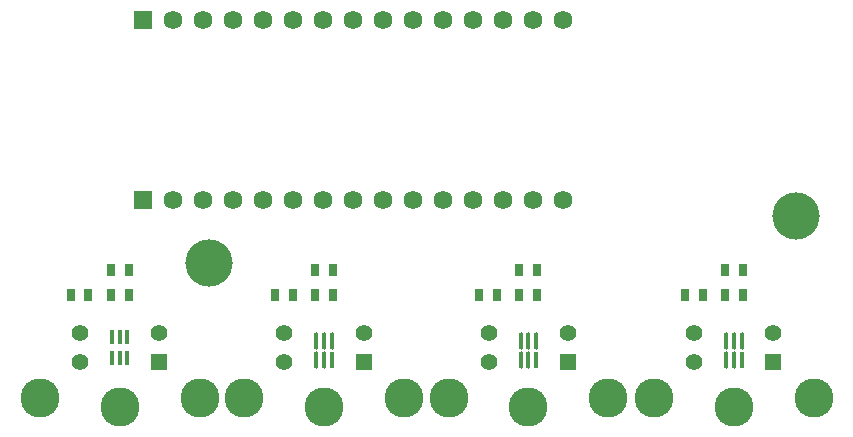
<source format=gbr>
%TF.GenerationSoftware,Altium Limited,Altium Designer,25.6.2 (33)*%
G04 Layer_Color=255*
%FSLAX45Y45*%
%MOMM*%
%TF.SameCoordinates,85768DE1-254B-4F2A-BBB9-FB77CA5A1332*%
%TF.FilePolarity,Positive*%
%TF.FileFunction,Pads,Bot*%
%TF.Part,Single*%
G01*
G75*
%TA.AperFunction,ComponentPad*%
%ADD14C,1.59000*%
%TA.AperFunction,ViaPad*%
%ADD15C,4.00000*%
%TA.AperFunction,ComponentPad*%
%ADD16C,1.39800*%
%ADD17C,3.30600*%
%ADD18R,1.59000X1.59000*%
%ADD19R,1.39800X1.39800*%
%TA.AperFunction,SMDPad,CuDef*%
%ADD21R,0.80000X1.00000*%
G04:AMPARAMS|DCode=22|XSize=1.46387mm|YSize=0.37583mm|CornerRadius=0.18791mm|HoleSize=0mm|Usage=FLASHONLY|Rotation=90.000|XOffset=0mm|YOffset=0mm|HoleType=Round|Shape=RoundedRectangle|*
%AMROUNDEDRECTD22*
21,1,1.46387,0.00000,0,0,90.0*
21,1,1.08804,0.37583,0,0,90.0*
1,1,0.37583,0.00000,0.54402*
1,1,0.37583,0.00000,-0.54402*
1,1,0.37583,0.00000,-0.54402*
1,1,0.37583,0.00000,0.54402*
%
%ADD22ROUNDEDRECTD22*%
G04:AMPARAMS|DCode=23|XSize=1.2mm|YSize=0.37583mm|CornerRadius=0.18791mm|HoleSize=0mm|Usage=FLASHONLY|Rotation=90.000|XOffset=0mm|YOffset=0mm|HoleType=Round|Shape=RoundedRectangle|*
%AMROUNDEDRECTD23*
21,1,1.20000,0.00000,0,0,90.0*
21,1,0.82417,0.37583,0,0,90.0*
1,1,0.37583,0.00000,0.41209*
1,1,0.37583,0.00000,-0.41209*
1,1,0.37583,0.00000,-0.41209*
1,1,0.37583,0.00000,0.41209*
%
%ADD23ROUNDEDRECTD23*%
%ADD24R,0.37583X1.46387*%
G04:AMPARAMS|DCode=25|XSize=1.2mm|YSize=0.37mm|CornerRadius=0.185mm|HoleSize=0mm|Usage=FLASHONLY|Rotation=90.000|XOffset=0mm|YOffset=0mm|HoleType=Round|Shape=RoundedRectangle|*
%AMROUNDEDRECTD25*
21,1,1.20000,0.00000,0,0,90.0*
21,1,0.83000,0.37000,0,0,90.0*
1,1,0.37000,0.00000,0.41500*
1,1,0.37000,0.00000,-0.41500*
1,1,0.37000,0.00000,-0.41500*
1,1,0.37000,0.00000,0.41500*
%
%ADD25ROUNDEDRECTD25*%
%ADD26R,0.37583X1.20000*%
D14*
X1828800Y3556000D02*
D03*
X3606800Y2032000D02*
D03*
X1828800D02*
D03*
X1320800Y3556000D02*
D03*
X2844800Y2032000D02*
D03*
X2590800D02*
D03*
X1320800D02*
D03*
X1574800D02*
D03*
X2336800D02*
D03*
X3098800D02*
D03*
X3860800D02*
D03*
X4114800D02*
D03*
X4368800D02*
D03*
X4622800D02*
D03*
X2082800D02*
D03*
X3352800D02*
D03*
X4622800Y3556000D02*
D03*
X4368800D02*
D03*
X4114800D02*
D03*
X3860800D02*
D03*
X3606800D02*
D03*
X3352800D02*
D03*
X3098800D02*
D03*
X2844800D02*
D03*
X2590800D02*
D03*
X2336800D02*
D03*
X2082800D02*
D03*
X1574800D02*
D03*
D15*
X6600000Y1900000D02*
D03*
X1630000Y1500000D02*
D03*
D16*
X4665000Y909000D02*
D03*
X6405000D02*
D03*
X3995000D02*
D03*
X5735000Y660000D02*
D03*
X3995000D02*
D03*
X2265000D02*
D03*
X535000D02*
D03*
X1205000Y909000D02*
D03*
X5735000D02*
D03*
X535000D02*
D03*
X2935000D02*
D03*
X2265000D02*
D03*
D17*
X6746000Y360000D02*
D03*
X5394000D02*
D03*
X6070000Y279000D02*
D03*
X4330000D02*
D03*
X3654000Y360000D02*
D03*
X5006000D02*
D03*
X3276000D02*
D03*
X1924000D02*
D03*
X2600000Y279000D02*
D03*
X870000D02*
D03*
X194000Y360000D02*
D03*
X1546000D02*
D03*
D18*
X1066800Y2032000D02*
D03*
Y3556000D02*
D03*
D19*
X1205000Y660000D02*
D03*
X2935000D02*
D03*
X4665000D02*
D03*
X6405000D02*
D03*
D21*
X5995000Y1440000D02*
D03*
X4255000D02*
D03*
X5995000Y1230000D02*
D03*
X4255000D02*
D03*
X5805000D02*
D03*
X4065000D02*
D03*
X795000Y1440000D02*
D03*
X2525000D02*
D03*
X2335000Y1230000D02*
D03*
X795000D02*
D03*
X2525000D02*
D03*
X605000D02*
D03*
X4405000Y1440000D02*
D03*
X6145000D02*
D03*
X3915000Y1230000D02*
D03*
X945000Y1440000D02*
D03*
X5655000Y1230000D02*
D03*
X455000D02*
D03*
X2675000Y1440000D02*
D03*
X2185000Y1230000D02*
D03*
X2675000D02*
D03*
X6145000D02*
D03*
X4405000D02*
D03*
X945000D02*
D03*
D22*
X6005000Y842014D02*
D03*
X4265000D02*
D03*
X2535000D02*
D03*
X2600000Y677986D02*
D03*
Y842014D02*
D03*
X4330000Y677986D02*
D03*
Y842014D02*
D03*
X6070000Y677986D02*
D03*
Y842014D02*
D03*
X6135000D02*
D03*
X6005000Y677986D02*
D03*
X2665000Y842014D02*
D03*
X2535000Y677986D02*
D03*
X4395000Y842014D02*
D03*
X4265000Y677986D02*
D03*
D23*
X805000Y870540D02*
D03*
X870000Y696540D02*
D03*
Y870540D02*
D03*
X805000Y696540D02*
D03*
D24*
X2665000Y677986D02*
D03*
X6135000D02*
D03*
X4395000D02*
D03*
D25*
X935000Y870540D02*
D03*
D26*
Y696540D02*
D03*
%TF.MD5,bceac8f2053f9bcc874cb790e0ba90f4*%
M02*

</source>
